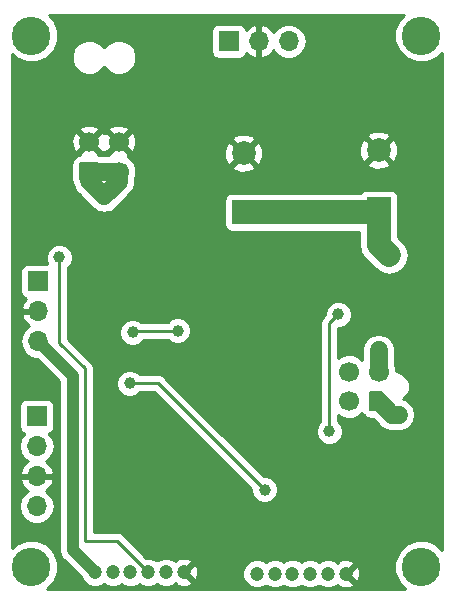
<source format=gbr>
G04 #@! TF.GenerationSoftware,KiCad,Pcbnew,(5.0.2)-1*
G04 #@! TF.CreationDate,2019-06-25T12:01:11-07:00*
G04 #@! TF.ProjectId,powerControl,706f7765-7243-46f6-9e74-726f6c2e6b69,rev?*
G04 #@! TF.SameCoordinates,Original*
G04 #@! TF.FileFunction,Copper,L2,Bot*
G04 #@! TF.FilePolarity,Positive*
%FSLAX46Y46*%
G04 Gerber Fmt 4.6, Leading zero omitted, Abs format (unit mm)*
G04 Created by KiCad (PCBNEW (5.0.2)-1) date 6/25/2019 12:01:11 PM*
%MOMM*%
%LPD*%
G01*
G04 APERTURE LIST*
G04 #@! TA.AperFunction,ComponentPad*
%ADD10C,2.000000*%
G04 #@! TD*
G04 #@! TA.AperFunction,ComponentPad*
%ADD11R,2.000000X2.000000*%
G04 #@! TD*
G04 #@! TA.AperFunction,ComponentPad*
%ADD12C,1.417157*%
G04 #@! TD*
G04 #@! TA.AperFunction,Conductor*
%ADD13C,0.100000*%
G04 #@! TD*
G04 #@! TA.AperFunction,ComponentPad*
%ADD14C,1.700000*%
G04 #@! TD*
G04 #@! TA.AperFunction,ComponentPad*
%ADD15R,1.700000X1.700000*%
G04 #@! TD*
G04 #@! TA.AperFunction,ComponentPad*
%ADD16O,1.700000X1.700000*%
G04 #@! TD*
G04 #@! TA.AperFunction,ComponentPad*
%ADD17C,1.200000*%
G04 #@! TD*
G04 #@! TA.AperFunction,ComponentPad*
%ADD18C,3.260000*%
G04 #@! TD*
G04 #@! TA.AperFunction,ViaPad*
%ADD19C,1.000000*%
G04 #@! TD*
G04 #@! TA.AperFunction,Conductor*
%ADD20C,1.500000*%
G04 #@! TD*
G04 #@! TA.AperFunction,Conductor*
%ADD21C,1.000000*%
G04 #@! TD*
G04 #@! TA.AperFunction,Conductor*
%ADD22C,0.250000*%
G04 #@! TD*
G04 #@! TA.AperFunction,Conductor*
%ADD23C,2.000000*%
G04 #@! TD*
G04 #@! TA.AperFunction,Conductor*
%ADD24C,0.254000*%
G04 #@! TD*
G04 APERTURE END LIST*
D10*
G04 #@! TO.P,C2,2*
G04 #@! TO.N,GND*
X92964000Y-47959000D03*
D11*
G04 #@! TO.P,C2,1*
G04 #@! TO.N,V_LED*
X92964000Y-52959000D03*
G04 #@! TD*
G04 #@! TO.P,C1,1*
G04 #@! TO.N,V_LED*
X104394000Y-52705000D03*
D10*
G04 #@! TO.P,C1,2*
G04 #@! TO.N,GND*
X104394000Y-47705000D03*
G04 #@! TD*
D12*
G04 #@! TO.P,J11,1*
G04 #@! TO.N,LED+*
X104394000Y-68961000D03*
D13*
G04 #@! TD*
G04 #@! TO.N,LED+*
G04 #@! TO.C,J11*
G36*
X103745227Y-69806196D02*
X103698329Y-69791970D01*
X103655107Y-69768867D01*
X103617223Y-69737777D01*
X103586133Y-69699893D01*
X103563030Y-69656671D01*
X103548804Y-69609773D01*
X103544000Y-69561000D01*
X103544000Y-68361000D01*
X103548804Y-68312227D01*
X103563030Y-68265329D01*
X103586133Y-68222107D01*
X103617223Y-68184223D01*
X103655107Y-68153133D01*
X103698329Y-68130030D01*
X103745227Y-68115804D01*
X103794000Y-68111000D01*
X104594000Y-68111000D01*
X104642773Y-68115804D01*
X104689671Y-68130030D01*
X104732893Y-68153133D01*
X104770777Y-68184223D01*
X105170777Y-68584223D01*
X105201867Y-68622107D01*
X105224970Y-68665329D01*
X105239196Y-68712227D01*
X105244000Y-68761000D01*
X105244000Y-69561000D01*
X105239196Y-69609773D01*
X105224970Y-69656671D01*
X105201867Y-69699893D01*
X105170777Y-69737777D01*
X105132893Y-69768867D01*
X105089671Y-69791970D01*
X105042773Y-69806196D01*
X104994000Y-69811000D01*
X103794000Y-69811000D01*
X103745227Y-69806196D01*
X103745227Y-69806196D01*
G37*
D14*
G04 #@! TO.P,J11,2*
G04 #@! TO.N,LED+*
X104394000Y-66461000D03*
G04 #@! TO.P,J11,3*
G04 #@! TO.N,LED-*
X101894000Y-68961000D03*
G04 #@! TO.P,J11,4*
X101894000Y-66461000D03*
G04 #@! TD*
D15*
G04 #@! TO.P,J9,1*
G04 #@! TO.N,/Vbatt_out*
X75438000Y-70231000D03*
D16*
G04 #@! TO.P,J9,2*
X75438000Y-72771000D03*
G04 #@! TO.P,J9,3*
G04 #@! TO.N,GND*
X75438000Y-75311000D03*
G04 #@! TO.P,J9,4*
G04 #@! TO.N,/3.3V*
X75438000Y-77851000D03*
G04 #@! TD*
D17*
G04 #@! TO.P,J10,1*
G04 #@! TO.N,GND*
X101600000Y-83566000D03*
G04 #@! TO.P,J10,2*
G04 #@! TO.N,I_LED*
X100100000Y-83566000D03*
G04 #@! TO.P,J10,3*
G04 #@! TO.N,Flash*
X98600000Y-83566000D03*
G04 #@! TO.P,J10,4*
G04 #@! TO.N,Torch*
X97100000Y-83566000D03*
G04 #@! TO.P,J10,5*
G04 #@! TO.N,LED_EN*
X95600000Y-83566000D03*
G04 #@! TO.P,J10,6*
G04 #@! TO.N,LED_Sense*
X94100000Y-83566000D03*
G04 #@! TD*
D13*
G04 #@! TO.N,/Vbatt_in*
G04 #@! TO.C,J3*
G36*
X80507504Y-48681204D02*
X80531773Y-48684804D01*
X80555571Y-48690765D01*
X80578671Y-48699030D01*
X80600849Y-48709520D01*
X80621893Y-48722133D01*
X80641598Y-48736747D01*
X80659777Y-48753223D01*
X80676253Y-48771402D01*
X80690867Y-48791107D01*
X80703480Y-48812151D01*
X80713970Y-48834329D01*
X80722235Y-48857429D01*
X80728196Y-48881227D01*
X80731796Y-48905496D01*
X80733000Y-48930000D01*
X80733000Y-50130000D01*
X80731796Y-50154504D01*
X80728196Y-50178773D01*
X80722235Y-50202571D01*
X80713970Y-50225671D01*
X80703480Y-50247849D01*
X80690867Y-50268893D01*
X80676253Y-50288598D01*
X80659777Y-50306777D01*
X80641598Y-50323253D01*
X80621893Y-50337867D01*
X80600849Y-50350480D01*
X80578671Y-50360970D01*
X80555571Y-50369235D01*
X80531773Y-50375196D01*
X80507504Y-50378796D01*
X80483000Y-50380000D01*
X79283000Y-50380000D01*
X79258496Y-50378796D01*
X79234227Y-50375196D01*
X79210429Y-50369235D01*
X79187329Y-50360970D01*
X79165151Y-50350480D01*
X79144107Y-50337867D01*
X79124402Y-50323253D01*
X79106223Y-50306777D01*
X79089747Y-50288598D01*
X79075133Y-50268893D01*
X79062520Y-50247849D01*
X79052030Y-50225671D01*
X79043765Y-50202571D01*
X79037804Y-50178773D01*
X79034204Y-50154504D01*
X79033000Y-50130000D01*
X79033000Y-48930000D01*
X79034204Y-48905496D01*
X79037804Y-48881227D01*
X79043765Y-48857429D01*
X79052030Y-48834329D01*
X79062520Y-48812151D01*
X79075133Y-48791107D01*
X79089747Y-48771402D01*
X79106223Y-48753223D01*
X79124402Y-48736747D01*
X79144107Y-48722133D01*
X79165151Y-48709520D01*
X79187329Y-48699030D01*
X79210429Y-48690765D01*
X79234227Y-48684804D01*
X79258496Y-48681204D01*
X79283000Y-48680000D01*
X80483000Y-48680000D01*
X80507504Y-48681204D01*
X80507504Y-48681204D01*
G37*
D14*
G04 #@! TD*
G04 #@! TO.P,J3,1*
G04 #@! TO.N,/Vbatt_in*
X79883000Y-49530000D03*
G04 #@! TO.P,J3,2*
G04 #@! TO.N,/Vbatt_in*
X82383000Y-49530000D03*
G04 #@! TO.P,J3,3*
G04 #@! TO.N,GND*
X79883000Y-47030000D03*
G04 #@! TO.P,J3,4*
X82383000Y-47030000D03*
G04 #@! TD*
D18*
G04 #@! TO.P,J4,1*
G04 #@! TO.N,Net-(J4-Pad1)*
X108000000Y-83000000D03*
G04 #@! TD*
D16*
G04 #@! TO.P,J1,3*
G04 #@! TO.N,/5V*
X75565000Y-63881000D03*
G04 #@! TO.P,J1,2*
G04 #@! TO.N,GND*
X75565000Y-61341000D03*
D15*
G04 #@! TO.P,J1,1*
G04 #@! TO.N,/Vbatt_out*
X75565000Y-58801000D03*
G04 #@! TD*
D16*
G04 #@! TO.P,J8,3*
G04 #@! TO.N,/12V*
X96774000Y-38481000D03*
G04 #@! TO.P,J8,2*
G04 #@! TO.N,GND*
X94234000Y-38481000D03*
D15*
G04 #@! TO.P,J8,1*
G04 #@! TO.N,/Vbatt_out*
X91694000Y-38481000D03*
G04 #@! TD*
D18*
G04 #@! TO.P,J5,1*
G04 #@! TO.N,Net-(J5-Pad1)*
X108000000Y-38000000D03*
G04 #@! TD*
G04 #@! TO.P,J6,1*
G04 #@! TO.N,Net-(J6-Pad1)*
X75000000Y-83000000D03*
G04 #@! TD*
G04 #@! TO.P,J7,1*
G04 #@! TO.N,Net-(J7-Pad1)*
X75000000Y-38000000D03*
G04 #@! TD*
D17*
G04 #@! TO.P,J2,6*
G04 #@! TO.N,/5V*
X80384000Y-83439000D03*
G04 #@! TO.P,J2,5*
G04 #@! TO.N,/5V_EN*
X81884000Y-83439000D03*
G04 #@! TO.P,J2,4*
G04 #@! TO.N,/3.3V*
X83384000Y-83439000D03*
G04 #@! TO.P,J2,3*
G04 #@! TO.N,/I_batt*
X84884000Y-83439000D03*
G04 #@! TO.P,J2,2*
G04 #@! TO.N,/batt_sense*
X86384000Y-83439000D03*
G04 #@! TO.P,J2,1*
G04 #@! TO.N,GND*
X87884000Y-83439000D03*
G04 #@! TD*
D19*
G04 #@! TO.N,/Vbatt_in*
X81153000Y-51596000D03*
G04 #@! TO.N,/I_batt*
X77343000Y-56769000D03*
G04 #@! TO.N,Flash*
X100203000Y-71501000D03*
X100965000Y-61595000D03*
G04 #@! TO.N,Torch*
X94742000Y-76454000D03*
X83312000Y-67437000D03*
G04 #@! TO.N,V_LED*
X105283000Y-56594000D03*
G04 #@! TO.N,Net-(Q4-Pad1)*
X87376000Y-62992000D03*
X83566000Y-63119000D03*
G04 #@! TO.N,LED+*
X104394000Y-64643000D03*
X106079002Y-70104000D03*
G04 #@! TD*
D20*
G04 #@! TO.N,/Vbatt_in*
X79883000Y-49530000D02*
X82383000Y-49530000D01*
X82383000Y-49530000D02*
X82383000Y-50366000D01*
X82383000Y-50366000D02*
X81153000Y-51596000D01*
X79883000Y-50326000D02*
X81153000Y-51596000D01*
X79883000Y-49530000D02*
X79883000Y-50326000D01*
D21*
G04 #@! TO.N,/5V*
X75565000Y-63881000D02*
X78486000Y-66802000D01*
X78486000Y-81541000D02*
X80384000Y-83439000D01*
X78486000Y-66802000D02*
X78486000Y-81541000D01*
D22*
G04 #@! TO.N,/I_batt*
X77343000Y-56769000D02*
X77343000Y-64008000D01*
X77343000Y-64008000D02*
X79502000Y-66167000D01*
X79502000Y-66167000D02*
X79502000Y-80772000D01*
X82217000Y-80772000D02*
X84884000Y-83439000D01*
X79502000Y-80772000D02*
X82217000Y-80772000D01*
G04 #@! TO.N,Flash*
X100203000Y-71501000D02*
X100203000Y-62357000D01*
X100203000Y-62357000D02*
X100965000Y-61595000D01*
G04 #@! TO.N,Torch*
X94742000Y-76454000D02*
X85725000Y-67437000D01*
X85725000Y-67437000D02*
X83312000Y-67437000D01*
D23*
G04 #@! TO.N,V_LED*
X104140000Y-52959000D02*
X104394000Y-52705000D01*
X92964000Y-52959000D02*
X104140000Y-52959000D01*
X104394000Y-52705000D02*
X104394000Y-55705000D01*
X104394000Y-55705000D02*
X105283000Y-56594000D01*
D22*
G04 #@! TO.N,Net-(Q4-Pad1)*
X87376000Y-62992000D02*
X83693000Y-62992000D01*
X83693000Y-62992000D02*
X83566000Y-63119000D01*
D20*
G04 #@! TO.N,LED+*
X104394000Y-66461000D02*
X104394000Y-64643000D01*
X104394000Y-68961000D02*
X105537000Y-70104000D01*
X105537000Y-70104000D02*
X106079002Y-70104000D01*
G04 #@! TD*
D24*
G04 #@! TO.N,GND*
G36*
X106079826Y-36716981D02*
X105735000Y-37549463D01*
X105735000Y-38450537D01*
X106079826Y-39283019D01*
X106716981Y-39920174D01*
X107549463Y-40265000D01*
X108450537Y-40265000D01*
X109283019Y-39920174D01*
X109755000Y-39448193D01*
X109755001Y-81551808D01*
X109283019Y-81079826D01*
X108450537Y-80735000D01*
X107549463Y-80735000D01*
X106716981Y-81079826D01*
X106079826Y-81716981D01*
X105735000Y-82549463D01*
X105735000Y-83450537D01*
X106079826Y-84283019D01*
X106659807Y-84863000D01*
X76340193Y-84863000D01*
X76920174Y-84283019D01*
X77265000Y-83450537D01*
X77265000Y-82549463D01*
X76920174Y-81716981D01*
X76283019Y-81079826D01*
X75450537Y-80735000D01*
X74549463Y-80735000D01*
X73716981Y-81079826D01*
X73379000Y-81417807D01*
X73379000Y-77851000D01*
X73923908Y-77851000D01*
X74039161Y-78430418D01*
X74367375Y-78921625D01*
X74858582Y-79249839D01*
X75291744Y-79336000D01*
X75584256Y-79336000D01*
X76017418Y-79249839D01*
X76508625Y-78921625D01*
X76836839Y-78430418D01*
X76952092Y-77851000D01*
X76836839Y-77271582D01*
X76508625Y-76780375D01*
X76189522Y-76567157D01*
X76319358Y-76506183D01*
X76709645Y-76077924D01*
X76879476Y-75667890D01*
X76758155Y-75438000D01*
X75565000Y-75438000D01*
X75565000Y-75458000D01*
X75311000Y-75458000D01*
X75311000Y-75438000D01*
X74117845Y-75438000D01*
X73996524Y-75667890D01*
X74166355Y-76077924D01*
X74556642Y-76506183D01*
X74686478Y-76567157D01*
X74367375Y-76780375D01*
X74039161Y-77271582D01*
X73923908Y-77851000D01*
X73379000Y-77851000D01*
X73379000Y-72771000D01*
X73923908Y-72771000D01*
X74039161Y-73350418D01*
X74367375Y-73841625D01*
X74686478Y-74054843D01*
X74556642Y-74115817D01*
X74166355Y-74544076D01*
X73996524Y-74954110D01*
X74117845Y-75184000D01*
X75311000Y-75184000D01*
X75311000Y-75164000D01*
X75565000Y-75164000D01*
X75565000Y-75184000D01*
X76758155Y-75184000D01*
X76879476Y-74954110D01*
X76709645Y-74544076D01*
X76319358Y-74115817D01*
X76189522Y-74054843D01*
X76508625Y-73841625D01*
X76836839Y-73350418D01*
X76952092Y-72771000D01*
X76836839Y-72191582D01*
X76508625Y-71700375D01*
X76490381Y-71688184D01*
X76535765Y-71679157D01*
X76745809Y-71538809D01*
X76886157Y-71328765D01*
X76935440Y-71081000D01*
X76935440Y-69381000D01*
X76886157Y-69133235D01*
X76745809Y-68923191D01*
X76535765Y-68782843D01*
X76288000Y-68733560D01*
X74588000Y-68733560D01*
X74340235Y-68782843D01*
X74130191Y-68923191D01*
X73989843Y-69133235D01*
X73940560Y-69381000D01*
X73940560Y-71081000D01*
X73989843Y-71328765D01*
X74130191Y-71538809D01*
X74340235Y-71679157D01*
X74385619Y-71688184D01*
X74367375Y-71700375D01*
X74039161Y-72191582D01*
X73923908Y-72771000D01*
X73379000Y-72771000D01*
X73379000Y-63881000D01*
X74050908Y-63881000D01*
X74166161Y-64460418D01*
X74494375Y-64951625D01*
X74985582Y-65279839D01*
X75418744Y-65366000D01*
X75444869Y-65366000D01*
X77351000Y-67272132D01*
X77351001Y-81429212D01*
X77328765Y-81541000D01*
X77416854Y-81983854D01*
X77416855Y-81983855D01*
X77667712Y-82359289D01*
X77762480Y-82422611D01*
X79237018Y-83897149D01*
X79337018Y-84138571D01*
X79684429Y-84485982D01*
X80138343Y-84674000D01*
X80629657Y-84674000D01*
X81083571Y-84485982D01*
X81134000Y-84435553D01*
X81184429Y-84485982D01*
X81638343Y-84674000D01*
X82129657Y-84674000D01*
X82583571Y-84485982D01*
X82634000Y-84435553D01*
X82684429Y-84485982D01*
X83138343Y-84674000D01*
X83629657Y-84674000D01*
X84083571Y-84485982D01*
X84134000Y-84435553D01*
X84184429Y-84485982D01*
X84638343Y-84674000D01*
X85129657Y-84674000D01*
X85583571Y-84485982D01*
X85634000Y-84435553D01*
X85684429Y-84485982D01*
X86138343Y-84674000D01*
X86629657Y-84674000D01*
X87083571Y-84485982D01*
X87212926Y-84356627D01*
X87250383Y-84527164D01*
X87715036Y-84686807D01*
X88205413Y-84656482D01*
X88517617Y-84527164D01*
X88567130Y-84301735D01*
X87884000Y-83618605D01*
X87869858Y-83632748D01*
X87690253Y-83453143D01*
X87704395Y-83439000D01*
X88063605Y-83439000D01*
X88746735Y-84122130D01*
X88972164Y-84072617D01*
X89131807Y-83607964D01*
X89114021Y-83320343D01*
X92865000Y-83320343D01*
X92865000Y-83811657D01*
X93053018Y-84265571D01*
X93400429Y-84612982D01*
X93854343Y-84801000D01*
X94345657Y-84801000D01*
X94799571Y-84612982D01*
X94850000Y-84562553D01*
X94900429Y-84612982D01*
X95354343Y-84801000D01*
X95845657Y-84801000D01*
X96299571Y-84612982D01*
X96350000Y-84562553D01*
X96400429Y-84612982D01*
X96854343Y-84801000D01*
X97345657Y-84801000D01*
X97799571Y-84612982D01*
X97850000Y-84562553D01*
X97900429Y-84612982D01*
X98354343Y-84801000D01*
X98845657Y-84801000D01*
X99299571Y-84612982D01*
X99350000Y-84562553D01*
X99400429Y-84612982D01*
X99854343Y-84801000D01*
X100345657Y-84801000D01*
X100799571Y-84612982D01*
X100928926Y-84483627D01*
X100966383Y-84654164D01*
X101431036Y-84813807D01*
X101921413Y-84783482D01*
X102233617Y-84654164D01*
X102283130Y-84428735D01*
X101600000Y-83745605D01*
X101585858Y-83759748D01*
X101406253Y-83580143D01*
X101420395Y-83566000D01*
X101779605Y-83566000D01*
X102462735Y-84249130D01*
X102688164Y-84199617D01*
X102847807Y-83734964D01*
X102817482Y-83244587D01*
X102688164Y-82932383D01*
X102462735Y-82882870D01*
X101779605Y-83566000D01*
X101420395Y-83566000D01*
X101406253Y-83551858D01*
X101585858Y-83372253D01*
X101600000Y-83386395D01*
X102283130Y-82703265D01*
X102233617Y-82477836D01*
X101768964Y-82318193D01*
X101278587Y-82348518D01*
X100966383Y-82477836D01*
X100928926Y-82648373D01*
X100799571Y-82519018D01*
X100345657Y-82331000D01*
X99854343Y-82331000D01*
X99400429Y-82519018D01*
X99350000Y-82569447D01*
X99299571Y-82519018D01*
X98845657Y-82331000D01*
X98354343Y-82331000D01*
X97900429Y-82519018D01*
X97850000Y-82569447D01*
X97799571Y-82519018D01*
X97345657Y-82331000D01*
X96854343Y-82331000D01*
X96400429Y-82519018D01*
X96350000Y-82569447D01*
X96299571Y-82519018D01*
X95845657Y-82331000D01*
X95354343Y-82331000D01*
X94900429Y-82519018D01*
X94850000Y-82569447D01*
X94799571Y-82519018D01*
X94345657Y-82331000D01*
X93854343Y-82331000D01*
X93400429Y-82519018D01*
X93053018Y-82866429D01*
X92865000Y-83320343D01*
X89114021Y-83320343D01*
X89101482Y-83117587D01*
X88972164Y-82805383D01*
X88746735Y-82755870D01*
X88063605Y-83439000D01*
X87704395Y-83439000D01*
X87690253Y-83424858D01*
X87869858Y-83245253D01*
X87884000Y-83259395D01*
X88567130Y-82576265D01*
X88517617Y-82350836D01*
X88052964Y-82191193D01*
X87562587Y-82221518D01*
X87250383Y-82350836D01*
X87212926Y-82521373D01*
X87083571Y-82392018D01*
X86629657Y-82204000D01*
X86138343Y-82204000D01*
X85684429Y-82392018D01*
X85634000Y-82442447D01*
X85583571Y-82392018D01*
X85129657Y-82204000D01*
X84723802Y-82204000D01*
X82807331Y-80287530D01*
X82764929Y-80224071D01*
X82513537Y-80056096D01*
X82291852Y-80012000D01*
X82291847Y-80012000D01*
X82217000Y-79997112D01*
X82142153Y-80012000D01*
X80262000Y-80012000D01*
X80262000Y-67211234D01*
X82177000Y-67211234D01*
X82177000Y-67662766D01*
X82349793Y-68079926D01*
X82669074Y-68399207D01*
X83086234Y-68572000D01*
X83537766Y-68572000D01*
X83954926Y-68399207D01*
X84157133Y-68197000D01*
X85410199Y-68197000D01*
X93607000Y-76393802D01*
X93607000Y-76679766D01*
X93779793Y-77096926D01*
X94099074Y-77416207D01*
X94516234Y-77589000D01*
X94967766Y-77589000D01*
X95384926Y-77416207D01*
X95704207Y-77096926D01*
X95877000Y-76679766D01*
X95877000Y-76228234D01*
X95704207Y-75811074D01*
X95384926Y-75491793D01*
X94967766Y-75319000D01*
X94681802Y-75319000D01*
X90638036Y-71275234D01*
X99068000Y-71275234D01*
X99068000Y-71726766D01*
X99240793Y-72143926D01*
X99560074Y-72463207D01*
X99977234Y-72636000D01*
X100428766Y-72636000D01*
X100845926Y-72463207D01*
X101165207Y-72143926D01*
X101338000Y-71726766D01*
X101338000Y-71275234D01*
X101165207Y-70858074D01*
X100963000Y-70655867D01*
X100963000Y-70130107D01*
X101052815Y-70219922D01*
X101598615Y-70446000D01*
X102189385Y-70446000D01*
X102735185Y-70219922D01*
X102992456Y-69962651D01*
X103015144Y-70005098D01*
X103085651Y-70110620D01*
X103116741Y-70148504D01*
X103206496Y-70238259D01*
X103244380Y-70269349D01*
X103349902Y-70339856D01*
X103393124Y-70362959D01*
X103510391Y-70411533D01*
X103557289Y-70425759D01*
X103681763Y-70450518D01*
X103730536Y-70455322D01*
X103794000Y-70458440D01*
X103932755Y-70458440D01*
X104461202Y-70986888D01*
X104538471Y-71102529D01*
X104996600Y-71408641D01*
X105400593Y-71489000D01*
X105536999Y-71516133D01*
X105673405Y-71489000D01*
X106215409Y-71489000D01*
X106619402Y-71408641D01*
X107077531Y-71102529D01*
X107383643Y-70644400D01*
X107491135Y-70104000D01*
X107383643Y-69563600D01*
X107077531Y-69105471D01*
X106619402Y-68799359D01*
X106488870Y-68773395D01*
X106823371Y-68438894D01*
X107019000Y-67966602D01*
X107019000Y-67455398D01*
X106823371Y-66983106D01*
X106461894Y-66621629D01*
X105989602Y-66426000D01*
X105879000Y-66426000D01*
X105879000Y-66165615D01*
X105779000Y-65924194D01*
X105779000Y-64506593D01*
X105698641Y-64102600D01*
X105392529Y-63644471D01*
X104934400Y-63338359D01*
X104394000Y-63230867D01*
X103853601Y-63338359D01*
X103395472Y-63644471D01*
X103089360Y-64102600D01*
X103009001Y-64506593D01*
X103009001Y-65475894D01*
X102735185Y-65202078D01*
X102189385Y-64976000D01*
X101598615Y-64976000D01*
X101052815Y-65202078D01*
X100963000Y-65291893D01*
X100963000Y-62730000D01*
X101190766Y-62730000D01*
X101607926Y-62557207D01*
X101927207Y-62237926D01*
X102100000Y-61820766D01*
X102100000Y-61369234D01*
X101927207Y-60952074D01*
X101607926Y-60632793D01*
X101190766Y-60460000D01*
X100739234Y-60460000D01*
X100322074Y-60632793D01*
X100002793Y-60952074D01*
X99830000Y-61369234D01*
X99830000Y-61655199D01*
X99718528Y-61766671D01*
X99655072Y-61809071D01*
X99487097Y-62060463D01*
X99455938Y-62217112D01*
X99428112Y-62357000D01*
X99443001Y-62431852D01*
X99443000Y-70655867D01*
X99240793Y-70858074D01*
X99068000Y-71275234D01*
X90638036Y-71275234D01*
X86315331Y-66952530D01*
X86272929Y-66889071D01*
X86021537Y-66721096D01*
X85799852Y-66677000D01*
X85799847Y-66677000D01*
X85725000Y-66662112D01*
X85650153Y-66677000D01*
X84157133Y-66677000D01*
X83954926Y-66474793D01*
X83537766Y-66302000D01*
X83086234Y-66302000D01*
X82669074Y-66474793D01*
X82349793Y-66794074D01*
X82177000Y-67211234D01*
X80262000Y-67211234D01*
X80262000Y-66241846D01*
X80276888Y-66166999D01*
X80262000Y-66092152D01*
X80262000Y-66092148D01*
X80217904Y-65870463D01*
X80049929Y-65619071D01*
X79986473Y-65576671D01*
X78103000Y-63693199D01*
X78103000Y-62893234D01*
X82431000Y-62893234D01*
X82431000Y-63344766D01*
X82603793Y-63761926D01*
X82923074Y-64081207D01*
X83340234Y-64254000D01*
X83791766Y-64254000D01*
X84208926Y-64081207D01*
X84528207Y-63761926D01*
X84532318Y-63752000D01*
X86530867Y-63752000D01*
X86733074Y-63954207D01*
X87150234Y-64127000D01*
X87601766Y-64127000D01*
X88018926Y-63954207D01*
X88338207Y-63634926D01*
X88511000Y-63217766D01*
X88511000Y-62766234D01*
X88338207Y-62349074D01*
X88018926Y-62029793D01*
X87601766Y-61857000D01*
X87150234Y-61857000D01*
X86733074Y-62029793D01*
X86530867Y-62232000D01*
X84284133Y-62232000D01*
X84208926Y-62156793D01*
X83791766Y-61984000D01*
X83340234Y-61984000D01*
X82923074Y-62156793D01*
X82603793Y-62476074D01*
X82431000Y-62893234D01*
X78103000Y-62893234D01*
X78103000Y-57614133D01*
X78305207Y-57411926D01*
X78478000Y-56994766D01*
X78478000Y-56543234D01*
X78305207Y-56126074D01*
X77985926Y-55806793D01*
X77568766Y-55634000D01*
X77117234Y-55634000D01*
X76700074Y-55806793D01*
X76380793Y-56126074D01*
X76208000Y-56543234D01*
X76208000Y-56994766D01*
X76335906Y-57303560D01*
X74715000Y-57303560D01*
X74467235Y-57352843D01*
X74257191Y-57493191D01*
X74116843Y-57703235D01*
X74067560Y-57951000D01*
X74067560Y-59651000D01*
X74116843Y-59898765D01*
X74257191Y-60108809D01*
X74467235Y-60249157D01*
X74570708Y-60269739D01*
X74293355Y-60574076D01*
X74123524Y-60984110D01*
X74244845Y-61214000D01*
X75438000Y-61214000D01*
X75438000Y-61194000D01*
X75692000Y-61194000D01*
X75692000Y-61214000D01*
X75712000Y-61214000D01*
X75712000Y-61468000D01*
X75692000Y-61468000D01*
X75692000Y-61488000D01*
X75438000Y-61488000D01*
X75438000Y-61468000D01*
X74244845Y-61468000D01*
X74123524Y-61697890D01*
X74293355Y-62107924D01*
X74683642Y-62536183D01*
X74813478Y-62597157D01*
X74494375Y-62810375D01*
X74166161Y-63301582D01*
X74050908Y-63881000D01*
X73379000Y-63881000D01*
X73379000Y-48930000D01*
X78385560Y-48930000D01*
X78385560Y-50130000D01*
X78453874Y-50473435D01*
X78519828Y-50572142D01*
X78578359Y-50866400D01*
X78884472Y-51324529D01*
X79000112Y-51401797D01*
X80077206Y-52478892D01*
X80154472Y-52594528D01*
X80270107Y-52671793D01*
X80270111Y-52671797D01*
X80612599Y-52900640D01*
X80612600Y-52900640D01*
X80612601Y-52900641D01*
X80905992Y-52959000D01*
X81152999Y-53008133D01*
X81153000Y-53008133D01*
X81400008Y-52959000D01*
X91296969Y-52959000D01*
X91316560Y-53057491D01*
X91316560Y-53959000D01*
X91365843Y-54206765D01*
X91506191Y-54416809D01*
X91716235Y-54557157D01*
X91964000Y-54606440D01*
X93964000Y-54606440D01*
X94026541Y-54594000D01*
X102759001Y-54594000D01*
X102759001Y-55543966D01*
X102726969Y-55705000D01*
X102829623Y-56221071D01*
X102853865Y-56342945D01*
X103215232Y-56883769D01*
X103351748Y-56974986D01*
X104240747Y-57863985D01*
X104645054Y-58134135D01*
X105283000Y-58261031D01*
X105920945Y-58134135D01*
X106461769Y-57772769D01*
X106823135Y-57231945D01*
X106950031Y-56594000D01*
X106823135Y-55956054D01*
X106552985Y-55551747D01*
X106029000Y-55027762D01*
X106029000Y-53767541D01*
X106041440Y-53705000D01*
X106041440Y-52803487D01*
X106061030Y-52705001D01*
X106041440Y-52606515D01*
X106041440Y-51705000D01*
X105992157Y-51457235D01*
X105851809Y-51247191D01*
X105641765Y-51106843D01*
X105394000Y-51057560D01*
X104492491Y-51057560D01*
X104394000Y-51037969D01*
X104295509Y-51057560D01*
X103394000Y-51057560D01*
X103146235Y-51106843D01*
X102936191Y-51247191D01*
X102884868Y-51324000D01*
X94026541Y-51324000D01*
X93964000Y-51311560D01*
X91964000Y-51311560D01*
X91716235Y-51360843D01*
X91506191Y-51501191D01*
X91365843Y-51711235D01*
X91316560Y-51959000D01*
X91316560Y-52860509D01*
X91296969Y-52959000D01*
X81400008Y-52959000D01*
X81693399Y-52900641D01*
X82035888Y-52671797D01*
X82035890Y-52671795D01*
X82151528Y-52594528D01*
X82228794Y-52478891D01*
X83265888Y-51441798D01*
X83381529Y-51364529D01*
X83687641Y-50906400D01*
X83768000Y-50502406D01*
X83795133Y-50366000D01*
X83768000Y-50229593D01*
X83768000Y-50066806D01*
X83868000Y-49825385D01*
X83868000Y-49234615D01*
X83817018Y-49111532D01*
X91991073Y-49111532D01*
X92089736Y-49378387D01*
X92699461Y-49604908D01*
X93349460Y-49580856D01*
X93838264Y-49378387D01*
X93936927Y-49111532D01*
X92964000Y-48138605D01*
X91991073Y-49111532D01*
X83817018Y-49111532D01*
X83641922Y-48688815D01*
X83224185Y-48271078D01*
X83189037Y-48256519D01*
X83247353Y-48073958D01*
X82383000Y-47209605D01*
X81518647Y-48073958D01*
X81541340Y-48145000D01*
X80892475Y-48145000D01*
X80826435Y-48100874D01*
X80743993Y-48084475D01*
X80747353Y-48073958D01*
X79883000Y-47209605D01*
X79018647Y-48073958D01*
X79022007Y-48084475D01*
X78939565Y-48100874D01*
X78648414Y-48295414D01*
X78453874Y-48586565D01*
X78385560Y-48930000D01*
X73379000Y-48930000D01*
X73379000Y-46801279D01*
X78386282Y-46801279D01*
X78412685Y-47391458D01*
X78587741Y-47814080D01*
X78839042Y-47894353D01*
X79703395Y-47030000D01*
X80062605Y-47030000D01*
X80926958Y-47894353D01*
X81133000Y-47828537D01*
X81339042Y-47894353D01*
X82203395Y-47030000D01*
X82562605Y-47030000D01*
X83426958Y-47894353D01*
X83678259Y-47814080D01*
X83721651Y-47694461D01*
X91318092Y-47694461D01*
X91342144Y-48344460D01*
X91544613Y-48833264D01*
X91811468Y-48931927D01*
X92784395Y-47959000D01*
X93143605Y-47959000D01*
X94116532Y-48931927D01*
X94317749Y-48857532D01*
X103421073Y-48857532D01*
X103519736Y-49124387D01*
X104129461Y-49350908D01*
X104779460Y-49326856D01*
X105268264Y-49124387D01*
X105366927Y-48857532D01*
X104394000Y-47884605D01*
X103421073Y-48857532D01*
X94317749Y-48857532D01*
X94383387Y-48833264D01*
X94609908Y-48223539D01*
X94585856Y-47573540D01*
X94530733Y-47440461D01*
X102748092Y-47440461D01*
X102772144Y-48090460D01*
X102974613Y-48579264D01*
X103241468Y-48677927D01*
X104214395Y-47705000D01*
X104573605Y-47705000D01*
X105546532Y-48677927D01*
X105813387Y-48579264D01*
X106039908Y-47969539D01*
X106015856Y-47319540D01*
X105813387Y-46830736D01*
X105546532Y-46732073D01*
X104573605Y-47705000D01*
X104214395Y-47705000D01*
X103241468Y-46732073D01*
X102974613Y-46830736D01*
X102748092Y-47440461D01*
X94530733Y-47440461D01*
X94383387Y-47084736D01*
X94116532Y-46986073D01*
X93143605Y-47959000D01*
X92784395Y-47959000D01*
X91811468Y-46986073D01*
X91544613Y-47084736D01*
X91318092Y-47694461D01*
X83721651Y-47694461D01*
X83879718Y-47258721D01*
X83859486Y-46806468D01*
X91991073Y-46806468D01*
X92964000Y-47779395D01*
X93936927Y-46806468D01*
X93843017Y-46552468D01*
X103421073Y-46552468D01*
X104394000Y-47525395D01*
X105366927Y-46552468D01*
X105268264Y-46285613D01*
X104658539Y-46059092D01*
X104008540Y-46083144D01*
X103519736Y-46285613D01*
X103421073Y-46552468D01*
X93843017Y-46552468D01*
X93838264Y-46539613D01*
X93228539Y-46313092D01*
X92578540Y-46337144D01*
X92089736Y-46539613D01*
X91991073Y-46806468D01*
X83859486Y-46806468D01*
X83853315Y-46668542D01*
X83678259Y-46245920D01*
X83426958Y-46165647D01*
X82562605Y-47030000D01*
X82203395Y-47030000D01*
X81339042Y-46165647D01*
X81133000Y-46231463D01*
X80926958Y-46165647D01*
X80062605Y-47030000D01*
X79703395Y-47030000D01*
X78839042Y-46165647D01*
X78587741Y-46245920D01*
X78386282Y-46801279D01*
X73379000Y-46801279D01*
X73379000Y-45986042D01*
X79018647Y-45986042D01*
X79883000Y-46850395D01*
X80747353Y-45986042D01*
X81518647Y-45986042D01*
X82383000Y-46850395D01*
X83247353Y-45986042D01*
X83167080Y-45734741D01*
X82611721Y-45533282D01*
X82021542Y-45559685D01*
X81598920Y-45734741D01*
X81518647Y-45986042D01*
X80747353Y-45986042D01*
X80667080Y-45734741D01*
X80111721Y-45533282D01*
X79521542Y-45559685D01*
X79098920Y-45734741D01*
X79018647Y-45986042D01*
X73379000Y-45986042D01*
X73379000Y-39582193D01*
X73716981Y-39920174D01*
X74549463Y-40265000D01*
X75450537Y-40265000D01*
X76283019Y-39920174D01*
X76648578Y-39554615D01*
X78398000Y-39554615D01*
X78398000Y-40145385D01*
X78624078Y-40691185D01*
X79041815Y-41108922D01*
X79587615Y-41335000D01*
X80178385Y-41335000D01*
X80724185Y-41108922D01*
X81133000Y-40700107D01*
X81541815Y-41108922D01*
X82087615Y-41335000D01*
X82678385Y-41335000D01*
X83224185Y-41108922D01*
X83641922Y-40691185D01*
X83868000Y-40145385D01*
X83868000Y-39554615D01*
X83641922Y-39008815D01*
X83224185Y-38591078D01*
X82678385Y-38365000D01*
X82087615Y-38365000D01*
X81541815Y-38591078D01*
X81133000Y-38999893D01*
X80724185Y-38591078D01*
X80178385Y-38365000D01*
X79587615Y-38365000D01*
X79041815Y-38591078D01*
X78624078Y-39008815D01*
X78398000Y-39554615D01*
X76648578Y-39554615D01*
X76920174Y-39283019D01*
X77265000Y-38450537D01*
X77265000Y-37631000D01*
X90196560Y-37631000D01*
X90196560Y-39331000D01*
X90245843Y-39578765D01*
X90386191Y-39788809D01*
X90596235Y-39929157D01*
X90844000Y-39978440D01*
X92544000Y-39978440D01*
X92791765Y-39929157D01*
X93001809Y-39788809D01*
X93142157Y-39578765D01*
X93162739Y-39475292D01*
X93467076Y-39752645D01*
X93877110Y-39922476D01*
X94107000Y-39801155D01*
X94107000Y-38608000D01*
X94087000Y-38608000D01*
X94087000Y-38354000D01*
X94107000Y-38354000D01*
X94107000Y-37160845D01*
X94361000Y-37160845D01*
X94361000Y-38354000D01*
X94381000Y-38354000D01*
X94381000Y-38608000D01*
X94361000Y-38608000D01*
X94361000Y-39801155D01*
X94590890Y-39922476D01*
X95000924Y-39752645D01*
X95429183Y-39362358D01*
X95490157Y-39232522D01*
X95703375Y-39551625D01*
X96194582Y-39879839D01*
X96627744Y-39966000D01*
X96920256Y-39966000D01*
X97353418Y-39879839D01*
X97844625Y-39551625D01*
X98172839Y-39060418D01*
X98288092Y-38481000D01*
X98172839Y-37901582D01*
X97844625Y-37410375D01*
X97353418Y-37082161D01*
X96920256Y-36996000D01*
X96627744Y-36996000D01*
X96194582Y-37082161D01*
X95703375Y-37410375D01*
X95490157Y-37729478D01*
X95429183Y-37599642D01*
X95000924Y-37209355D01*
X94590890Y-37039524D01*
X94361000Y-37160845D01*
X94107000Y-37160845D01*
X93877110Y-37039524D01*
X93467076Y-37209355D01*
X93162739Y-37486708D01*
X93142157Y-37383235D01*
X93001809Y-37173191D01*
X92791765Y-37032843D01*
X92544000Y-36983560D01*
X90844000Y-36983560D01*
X90596235Y-37032843D01*
X90386191Y-37173191D01*
X90245843Y-37383235D01*
X90196560Y-37631000D01*
X77265000Y-37631000D01*
X77265000Y-37549463D01*
X76920174Y-36716981D01*
X76498193Y-36295000D01*
X106501807Y-36295000D01*
X106079826Y-36716981D01*
X106079826Y-36716981D01*
G37*
X106079826Y-36716981D02*
X105735000Y-37549463D01*
X105735000Y-38450537D01*
X106079826Y-39283019D01*
X106716981Y-39920174D01*
X107549463Y-40265000D01*
X108450537Y-40265000D01*
X109283019Y-39920174D01*
X109755000Y-39448193D01*
X109755001Y-81551808D01*
X109283019Y-81079826D01*
X108450537Y-80735000D01*
X107549463Y-80735000D01*
X106716981Y-81079826D01*
X106079826Y-81716981D01*
X105735000Y-82549463D01*
X105735000Y-83450537D01*
X106079826Y-84283019D01*
X106659807Y-84863000D01*
X76340193Y-84863000D01*
X76920174Y-84283019D01*
X77265000Y-83450537D01*
X77265000Y-82549463D01*
X76920174Y-81716981D01*
X76283019Y-81079826D01*
X75450537Y-80735000D01*
X74549463Y-80735000D01*
X73716981Y-81079826D01*
X73379000Y-81417807D01*
X73379000Y-77851000D01*
X73923908Y-77851000D01*
X74039161Y-78430418D01*
X74367375Y-78921625D01*
X74858582Y-79249839D01*
X75291744Y-79336000D01*
X75584256Y-79336000D01*
X76017418Y-79249839D01*
X76508625Y-78921625D01*
X76836839Y-78430418D01*
X76952092Y-77851000D01*
X76836839Y-77271582D01*
X76508625Y-76780375D01*
X76189522Y-76567157D01*
X76319358Y-76506183D01*
X76709645Y-76077924D01*
X76879476Y-75667890D01*
X76758155Y-75438000D01*
X75565000Y-75438000D01*
X75565000Y-75458000D01*
X75311000Y-75458000D01*
X75311000Y-75438000D01*
X74117845Y-75438000D01*
X73996524Y-75667890D01*
X74166355Y-76077924D01*
X74556642Y-76506183D01*
X74686478Y-76567157D01*
X74367375Y-76780375D01*
X74039161Y-77271582D01*
X73923908Y-77851000D01*
X73379000Y-77851000D01*
X73379000Y-72771000D01*
X73923908Y-72771000D01*
X74039161Y-73350418D01*
X74367375Y-73841625D01*
X74686478Y-74054843D01*
X74556642Y-74115817D01*
X74166355Y-74544076D01*
X73996524Y-74954110D01*
X74117845Y-75184000D01*
X75311000Y-75184000D01*
X75311000Y-75164000D01*
X75565000Y-75164000D01*
X75565000Y-75184000D01*
X76758155Y-75184000D01*
X76879476Y-74954110D01*
X76709645Y-74544076D01*
X76319358Y-74115817D01*
X76189522Y-74054843D01*
X76508625Y-73841625D01*
X76836839Y-73350418D01*
X76952092Y-72771000D01*
X76836839Y-72191582D01*
X76508625Y-71700375D01*
X76490381Y-71688184D01*
X76535765Y-71679157D01*
X76745809Y-71538809D01*
X76886157Y-71328765D01*
X76935440Y-71081000D01*
X76935440Y-69381000D01*
X76886157Y-69133235D01*
X76745809Y-68923191D01*
X76535765Y-68782843D01*
X76288000Y-68733560D01*
X74588000Y-68733560D01*
X74340235Y-68782843D01*
X74130191Y-68923191D01*
X73989843Y-69133235D01*
X73940560Y-69381000D01*
X73940560Y-71081000D01*
X73989843Y-71328765D01*
X74130191Y-71538809D01*
X74340235Y-71679157D01*
X74385619Y-71688184D01*
X74367375Y-71700375D01*
X74039161Y-72191582D01*
X73923908Y-72771000D01*
X73379000Y-72771000D01*
X73379000Y-63881000D01*
X74050908Y-63881000D01*
X74166161Y-64460418D01*
X74494375Y-64951625D01*
X74985582Y-65279839D01*
X75418744Y-65366000D01*
X75444869Y-65366000D01*
X77351000Y-67272132D01*
X77351001Y-81429212D01*
X77328765Y-81541000D01*
X77416854Y-81983854D01*
X77416855Y-81983855D01*
X77667712Y-82359289D01*
X77762480Y-82422611D01*
X79237018Y-83897149D01*
X79337018Y-84138571D01*
X79684429Y-84485982D01*
X80138343Y-84674000D01*
X80629657Y-84674000D01*
X81083571Y-84485982D01*
X81134000Y-84435553D01*
X81184429Y-84485982D01*
X81638343Y-84674000D01*
X82129657Y-84674000D01*
X82583571Y-84485982D01*
X82634000Y-84435553D01*
X82684429Y-84485982D01*
X83138343Y-84674000D01*
X83629657Y-84674000D01*
X84083571Y-84485982D01*
X84134000Y-84435553D01*
X84184429Y-84485982D01*
X84638343Y-84674000D01*
X85129657Y-84674000D01*
X85583571Y-84485982D01*
X85634000Y-84435553D01*
X85684429Y-84485982D01*
X86138343Y-84674000D01*
X86629657Y-84674000D01*
X87083571Y-84485982D01*
X87212926Y-84356627D01*
X87250383Y-84527164D01*
X87715036Y-84686807D01*
X88205413Y-84656482D01*
X88517617Y-84527164D01*
X88567130Y-84301735D01*
X87884000Y-83618605D01*
X87869858Y-83632748D01*
X87690253Y-83453143D01*
X87704395Y-83439000D01*
X88063605Y-83439000D01*
X88746735Y-84122130D01*
X88972164Y-84072617D01*
X89131807Y-83607964D01*
X89114021Y-83320343D01*
X92865000Y-83320343D01*
X92865000Y-83811657D01*
X93053018Y-84265571D01*
X93400429Y-84612982D01*
X93854343Y-84801000D01*
X94345657Y-84801000D01*
X94799571Y-84612982D01*
X94850000Y-84562553D01*
X94900429Y-84612982D01*
X95354343Y-84801000D01*
X95845657Y-84801000D01*
X96299571Y-84612982D01*
X96350000Y-84562553D01*
X96400429Y-84612982D01*
X96854343Y-84801000D01*
X97345657Y-84801000D01*
X97799571Y-84612982D01*
X97850000Y-84562553D01*
X97900429Y-84612982D01*
X98354343Y-84801000D01*
X98845657Y-84801000D01*
X99299571Y-84612982D01*
X99350000Y-84562553D01*
X99400429Y-84612982D01*
X99854343Y-84801000D01*
X100345657Y-84801000D01*
X100799571Y-84612982D01*
X100928926Y-84483627D01*
X100966383Y-84654164D01*
X101431036Y-84813807D01*
X101921413Y-84783482D01*
X102233617Y-84654164D01*
X102283130Y-84428735D01*
X101600000Y-83745605D01*
X101585858Y-83759748D01*
X101406253Y-83580143D01*
X101420395Y-83566000D01*
X101779605Y-83566000D01*
X102462735Y-84249130D01*
X102688164Y-84199617D01*
X102847807Y-83734964D01*
X102817482Y-83244587D01*
X102688164Y-82932383D01*
X102462735Y-82882870D01*
X101779605Y-83566000D01*
X101420395Y-83566000D01*
X101406253Y-83551858D01*
X101585858Y-83372253D01*
X101600000Y-83386395D01*
X102283130Y-82703265D01*
X102233617Y-82477836D01*
X101768964Y-82318193D01*
X101278587Y-82348518D01*
X100966383Y-82477836D01*
X100928926Y-82648373D01*
X100799571Y-82519018D01*
X100345657Y-82331000D01*
X99854343Y-82331000D01*
X99400429Y-82519018D01*
X99350000Y-82569447D01*
X99299571Y-82519018D01*
X98845657Y-82331000D01*
X98354343Y-82331000D01*
X97900429Y-82519018D01*
X97850000Y-82569447D01*
X97799571Y-82519018D01*
X97345657Y-82331000D01*
X96854343Y-82331000D01*
X96400429Y-82519018D01*
X96350000Y-82569447D01*
X96299571Y-82519018D01*
X95845657Y-82331000D01*
X95354343Y-82331000D01*
X94900429Y-82519018D01*
X94850000Y-82569447D01*
X94799571Y-82519018D01*
X94345657Y-82331000D01*
X93854343Y-82331000D01*
X93400429Y-82519018D01*
X93053018Y-82866429D01*
X92865000Y-83320343D01*
X89114021Y-83320343D01*
X89101482Y-83117587D01*
X88972164Y-82805383D01*
X88746735Y-82755870D01*
X88063605Y-83439000D01*
X87704395Y-83439000D01*
X87690253Y-83424858D01*
X87869858Y-83245253D01*
X87884000Y-83259395D01*
X88567130Y-82576265D01*
X88517617Y-82350836D01*
X88052964Y-82191193D01*
X87562587Y-82221518D01*
X87250383Y-82350836D01*
X87212926Y-82521373D01*
X87083571Y-82392018D01*
X86629657Y-82204000D01*
X86138343Y-82204000D01*
X85684429Y-82392018D01*
X85634000Y-82442447D01*
X85583571Y-82392018D01*
X85129657Y-82204000D01*
X84723802Y-82204000D01*
X82807331Y-80287530D01*
X82764929Y-80224071D01*
X82513537Y-80056096D01*
X82291852Y-80012000D01*
X82291847Y-80012000D01*
X82217000Y-79997112D01*
X82142153Y-80012000D01*
X80262000Y-80012000D01*
X80262000Y-67211234D01*
X82177000Y-67211234D01*
X82177000Y-67662766D01*
X82349793Y-68079926D01*
X82669074Y-68399207D01*
X83086234Y-68572000D01*
X83537766Y-68572000D01*
X83954926Y-68399207D01*
X84157133Y-68197000D01*
X85410199Y-68197000D01*
X93607000Y-76393802D01*
X93607000Y-76679766D01*
X93779793Y-77096926D01*
X94099074Y-77416207D01*
X94516234Y-77589000D01*
X94967766Y-77589000D01*
X95384926Y-77416207D01*
X95704207Y-77096926D01*
X95877000Y-76679766D01*
X95877000Y-76228234D01*
X95704207Y-75811074D01*
X95384926Y-75491793D01*
X94967766Y-75319000D01*
X94681802Y-75319000D01*
X90638036Y-71275234D01*
X99068000Y-71275234D01*
X99068000Y-71726766D01*
X99240793Y-72143926D01*
X99560074Y-72463207D01*
X99977234Y-72636000D01*
X100428766Y-72636000D01*
X100845926Y-72463207D01*
X101165207Y-72143926D01*
X101338000Y-71726766D01*
X101338000Y-71275234D01*
X101165207Y-70858074D01*
X100963000Y-70655867D01*
X100963000Y-70130107D01*
X101052815Y-70219922D01*
X101598615Y-70446000D01*
X102189385Y-70446000D01*
X102735185Y-70219922D01*
X102992456Y-69962651D01*
X103015144Y-70005098D01*
X103085651Y-70110620D01*
X103116741Y-70148504D01*
X103206496Y-70238259D01*
X103244380Y-70269349D01*
X103349902Y-70339856D01*
X103393124Y-70362959D01*
X103510391Y-70411533D01*
X103557289Y-70425759D01*
X103681763Y-70450518D01*
X103730536Y-70455322D01*
X103794000Y-70458440D01*
X103932755Y-70458440D01*
X104461202Y-70986888D01*
X104538471Y-71102529D01*
X104996600Y-71408641D01*
X105400593Y-71489000D01*
X105536999Y-71516133D01*
X105673405Y-71489000D01*
X106215409Y-71489000D01*
X106619402Y-71408641D01*
X107077531Y-71102529D01*
X107383643Y-70644400D01*
X107491135Y-70104000D01*
X107383643Y-69563600D01*
X107077531Y-69105471D01*
X106619402Y-68799359D01*
X106488870Y-68773395D01*
X106823371Y-68438894D01*
X107019000Y-67966602D01*
X107019000Y-67455398D01*
X106823371Y-66983106D01*
X106461894Y-66621629D01*
X105989602Y-66426000D01*
X105879000Y-66426000D01*
X105879000Y-66165615D01*
X105779000Y-65924194D01*
X105779000Y-64506593D01*
X105698641Y-64102600D01*
X105392529Y-63644471D01*
X104934400Y-63338359D01*
X104394000Y-63230867D01*
X103853601Y-63338359D01*
X103395472Y-63644471D01*
X103089360Y-64102600D01*
X103009001Y-64506593D01*
X103009001Y-65475894D01*
X102735185Y-65202078D01*
X102189385Y-64976000D01*
X101598615Y-64976000D01*
X101052815Y-65202078D01*
X100963000Y-65291893D01*
X100963000Y-62730000D01*
X101190766Y-62730000D01*
X101607926Y-62557207D01*
X101927207Y-62237926D01*
X102100000Y-61820766D01*
X102100000Y-61369234D01*
X101927207Y-60952074D01*
X101607926Y-60632793D01*
X101190766Y-60460000D01*
X100739234Y-60460000D01*
X100322074Y-60632793D01*
X100002793Y-60952074D01*
X99830000Y-61369234D01*
X99830000Y-61655199D01*
X99718528Y-61766671D01*
X99655072Y-61809071D01*
X99487097Y-62060463D01*
X99455938Y-62217112D01*
X99428112Y-62357000D01*
X99443001Y-62431852D01*
X99443000Y-70655867D01*
X99240793Y-70858074D01*
X99068000Y-71275234D01*
X90638036Y-71275234D01*
X86315331Y-66952530D01*
X86272929Y-66889071D01*
X86021537Y-66721096D01*
X85799852Y-66677000D01*
X85799847Y-66677000D01*
X85725000Y-66662112D01*
X85650153Y-66677000D01*
X84157133Y-66677000D01*
X83954926Y-66474793D01*
X83537766Y-66302000D01*
X83086234Y-66302000D01*
X82669074Y-66474793D01*
X82349793Y-66794074D01*
X82177000Y-67211234D01*
X80262000Y-67211234D01*
X80262000Y-66241846D01*
X80276888Y-66166999D01*
X80262000Y-66092152D01*
X80262000Y-66092148D01*
X80217904Y-65870463D01*
X80049929Y-65619071D01*
X79986473Y-65576671D01*
X78103000Y-63693199D01*
X78103000Y-62893234D01*
X82431000Y-62893234D01*
X82431000Y-63344766D01*
X82603793Y-63761926D01*
X82923074Y-64081207D01*
X83340234Y-64254000D01*
X83791766Y-64254000D01*
X84208926Y-64081207D01*
X84528207Y-63761926D01*
X84532318Y-63752000D01*
X86530867Y-63752000D01*
X86733074Y-63954207D01*
X87150234Y-64127000D01*
X87601766Y-64127000D01*
X88018926Y-63954207D01*
X88338207Y-63634926D01*
X88511000Y-63217766D01*
X88511000Y-62766234D01*
X88338207Y-62349074D01*
X88018926Y-62029793D01*
X87601766Y-61857000D01*
X87150234Y-61857000D01*
X86733074Y-62029793D01*
X86530867Y-62232000D01*
X84284133Y-62232000D01*
X84208926Y-62156793D01*
X83791766Y-61984000D01*
X83340234Y-61984000D01*
X82923074Y-62156793D01*
X82603793Y-62476074D01*
X82431000Y-62893234D01*
X78103000Y-62893234D01*
X78103000Y-57614133D01*
X78305207Y-57411926D01*
X78478000Y-56994766D01*
X78478000Y-56543234D01*
X78305207Y-56126074D01*
X77985926Y-55806793D01*
X77568766Y-55634000D01*
X77117234Y-55634000D01*
X76700074Y-55806793D01*
X76380793Y-56126074D01*
X76208000Y-56543234D01*
X76208000Y-56994766D01*
X76335906Y-57303560D01*
X74715000Y-57303560D01*
X74467235Y-57352843D01*
X74257191Y-57493191D01*
X74116843Y-57703235D01*
X74067560Y-57951000D01*
X74067560Y-59651000D01*
X74116843Y-59898765D01*
X74257191Y-60108809D01*
X74467235Y-60249157D01*
X74570708Y-60269739D01*
X74293355Y-60574076D01*
X74123524Y-60984110D01*
X74244845Y-61214000D01*
X75438000Y-61214000D01*
X75438000Y-61194000D01*
X75692000Y-61194000D01*
X75692000Y-61214000D01*
X75712000Y-61214000D01*
X75712000Y-61468000D01*
X75692000Y-61468000D01*
X75692000Y-61488000D01*
X75438000Y-61488000D01*
X75438000Y-61468000D01*
X74244845Y-61468000D01*
X74123524Y-61697890D01*
X74293355Y-62107924D01*
X74683642Y-62536183D01*
X74813478Y-62597157D01*
X74494375Y-62810375D01*
X74166161Y-63301582D01*
X74050908Y-63881000D01*
X73379000Y-63881000D01*
X73379000Y-48930000D01*
X78385560Y-48930000D01*
X78385560Y-50130000D01*
X78453874Y-50473435D01*
X78519828Y-50572142D01*
X78578359Y-50866400D01*
X78884472Y-51324529D01*
X79000112Y-51401797D01*
X80077206Y-52478892D01*
X80154472Y-52594528D01*
X80270107Y-52671793D01*
X80270111Y-52671797D01*
X80612599Y-52900640D01*
X80612600Y-52900640D01*
X80612601Y-52900641D01*
X80905992Y-52959000D01*
X81152999Y-53008133D01*
X81153000Y-53008133D01*
X81400008Y-52959000D01*
X91296969Y-52959000D01*
X91316560Y-53057491D01*
X91316560Y-53959000D01*
X91365843Y-54206765D01*
X91506191Y-54416809D01*
X91716235Y-54557157D01*
X91964000Y-54606440D01*
X93964000Y-54606440D01*
X94026541Y-54594000D01*
X102759001Y-54594000D01*
X102759001Y-55543966D01*
X102726969Y-55705000D01*
X102829623Y-56221071D01*
X102853865Y-56342945D01*
X103215232Y-56883769D01*
X103351748Y-56974986D01*
X104240747Y-57863985D01*
X104645054Y-58134135D01*
X105283000Y-58261031D01*
X105920945Y-58134135D01*
X106461769Y-57772769D01*
X106823135Y-57231945D01*
X106950031Y-56594000D01*
X106823135Y-55956054D01*
X106552985Y-55551747D01*
X106029000Y-55027762D01*
X106029000Y-53767541D01*
X106041440Y-53705000D01*
X106041440Y-52803487D01*
X106061030Y-52705001D01*
X106041440Y-52606515D01*
X106041440Y-51705000D01*
X105992157Y-51457235D01*
X105851809Y-51247191D01*
X105641765Y-51106843D01*
X105394000Y-51057560D01*
X104492491Y-51057560D01*
X104394000Y-51037969D01*
X104295509Y-51057560D01*
X103394000Y-51057560D01*
X103146235Y-51106843D01*
X102936191Y-51247191D01*
X102884868Y-51324000D01*
X94026541Y-51324000D01*
X93964000Y-51311560D01*
X91964000Y-51311560D01*
X91716235Y-51360843D01*
X91506191Y-51501191D01*
X91365843Y-51711235D01*
X91316560Y-51959000D01*
X91316560Y-52860509D01*
X91296969Y-52959000D01*
X81400008Y-52959000D01*
X81693399Y-52900641D01*
X82035888Y-52671797D01*
X82035890Y-52671795D01*
X82151528Y-52594528D01*
X82228794Y-52478891D01*
X83265888Y-51441798D01*
X83381529Y-51364529D01*
X83687641Y-50906400D01*
X83768000Y-50502406D01*
X83795133Y-50366000D01*
X83768000Y-50229593D01*
X83768000Y-50066806D01*
X83868000Y-49825385D01*
X83868000Y-49234615D01*
X83817018Y-49111532D01*
X91991073Y-49111532D01*
X92089736Y-49378387D01*
X92699461Y-49604908D01*
X93349460Y-49580856D01*
X93838264Y-49378387D01*
X93936927Y-49111532D01*
X92964000Y-48138605D01*
X91991073Y-49111532D01*
X83817018Y-49111532D01*
X83641922Y-48688815D01*
X83224185Y-48271078D01*
X83189037Y-48256519D01*
X83247353Y-48073958D01*
X82383000Y-47209605D01*
X81518647Y-48073958D01*
X81541340Y-48145000D01*
X80892475Y-48145000D01*
X80826435Y-48100874D01*
X80743993Y-48084475D01*
X80747353Y-48073958D01*
X79883000Y-47209605D01*
X79018647Y-48073958D01*
X79022007Y-48084475D01*
X78939565Y-48100874D01*
X78648414Y-48295414D01*
X78453874Y-48586565D01*
X78385560Y-48930000D01*
X73379000Y-48930000D01*
X73379000Y-46801279D01*
X78386282Y-46801279D01*
X78412685Y-47391458D01*
X78587741Y-47814080D01*
X78839042Y-47894353D01*
X79703395Y-47030000D01*
X80062605Y-47030000D01*
X80926958Y-47894353D01*
X81133000Y-47828537D01*
X81339042Y-47894353D01*
X82203395Y-47030000D01*
X82562605Y-47030000D01*
X83426958Y-47894353D01*
X83678259Y-47814080D01*
X83721651Y-47694461D01*
X91318092Y-47694461D01*
X91342144Y-48344460D01*
X91544613Y-48833264D01*
X91811468Y-48931927D01*
X92784395Y-47959000D01*
X93143605Y-47959000D01*
X94116532Y-48931927D01*
X94317749Y-48857532D01*
X103421073Y-48857532D01*
X103519736Y-49124387D01*
X104129461Y-49350908D01*
X104779460Y-49326856D01*
X105268264Y-49124387D01*
X105366927Y-48857532D01*
X104394000Y-47884605D01*
X103421073Y-48857532D01*
X94317749Y-48857532D01*
X94383387Y-48833264D01*
X94609908Y-48223539D01*
X94585856Y-47573540D01*
X94530733Y-47440461D01*
X102748092Y-47440461D01*
X102772144Y-48090460D01*
X102974613Y-48579264D01*
X103241468Y-48677927D01*
X104214395Y-47705000D01*
X104573605Y-47705000D01*
X105546532Y-48677927D01*
X105813387Y-48579264D01*
X106039908Y-47969539D01*
X106015856Y-47319540D01*
X105813387Y-46830736D01*
X105546532Y-46732073D01*
X104573605Y-47705000D01*
X104214395Y-47705000D01*
X103241468Y-46732073D01*
X102974613Y-46830736D01*
X102748092Y-47440461D01*
X94530733Y-47440461D01*
X94383387Y-47084736D01*
X94116532Y-46986073D01*
X93143605Y-47959000D01*
X92784395Y-47959000D01*
X91811468Y-46986073D01*
X91544613Y-47084736D01*
X91318092Y-47694461D01*
X83721651Y-47694461D01*
X83879718Y-47258721D01*
X83859486Y-46806468D01*
X91991073Y-46806468D01*
X92964000Y-47779395D01*
X93936927Y-46806468D01*
X93843017Y-46552468D01*
X103421073Y-46552468D01*
X104394000Y-47525395D01*
X105366927Y-46552468D01*
X105268264Y-46285613D01*
X104658539Y-46059092D01*
X104008540Y-46083144D01*
X103519736Y-46285613D01*
X103421073Y-46552468D01*
X93843017Y-46552468D01*
X93838264Y-46539613D01*
X93228539Y-46313092D01*
X92578540Y-46337144D01*
X92089736Y-46539613D01*
X91991073Y-46806468D01*
X83859486Y-46806468D01*
X83853315Y-46668542D01*
X83678259Y-46245920D01*
X83426958Y-46165647D01*
X82562605Y-47030000D01*
X82203395Y-47030000D01*
X81339042Y-46165647D01*
X81133000Y-46231463D01*
X80926958Y-46165647D01*
X80062605Y-47030000D01*
X79703395Y-47030000D01*
X78839042Y-46165647D01*
X78587741Y-46245920D01*
X78386282Y-46801279D01*
X73379000Y-46801279D01*
X73379000Y-45986042D01*
X79018647Y-45986042D01*
X79883000Y-46850395D01*
X80747353Y-45986042D01*
X81518647Y-45986042D01*
X82383000Y-46850395D01*
X83247353Y-45986042D01*
X83167080Y-45734741D01*
X82611721Y-45533282D01*
X82021542Y-45559685D01*
X81598920Y-45734741D01*
X81518647Y-45986042D01*
X80747353Y-45986042D01*
X80667080Y-45734741D01*
X80111721Y-45533282D01*
X79521542Y-45559685D01*
X79098920Y-45734741D01*
X79018647Y-45986042D01*
X73379000Y-45986042D01*
X73379000Y-39582193D01*
X73716981Y-39920174D01*
X74549463Y-40265000D01*
X75450537Y-40265000D01*
X76283019Y-39920174D01*
X76648578Y-39554615D01*
X78398000Y-39554615D01*
X78398000Y-40145385D01*
X78624078Y-40691185D01*
X79041815Y-41108922D01*
X79587615Y-41335000D01*
X80178385Y-41335000D01*
X80724185Y-41108922D01*
X81133000Y-40700107D01*
X81541815Y-41108922D01*
X82087615Y-41335000D01*
X82678385Y-41335000D01*
X83224185Y-41108922D01*
X83641922Y-40691185D01*
X83868000Y-40145385D01*
X83868000Y-39554615D01*
X83641922Y-39008815D01*
X83224185Y-38591078D01*
X82678385Y-38365000D01*
X82087615Y-38365000D01*
X81541815Y-38591078D01*
X81133000Y-38999893D01*
X80724185Y-38591078D01*
X80178385Y-38365000D01*
X79587615Y-38365000D01*
X79041815Y-38591078D01*
X78624078Y-39008815D01*
X78398000Y-39554615D01*
X76648578Y-39554615D01*
X76920174Y-39283019D01*
X77265000Y-38450537D01*
X77265000Y-37631000D01*
X90196560Y-37631000D01*
X90196560Y-39331000D01*
X90245843Y-39578765D01*
X90386191Y-39788809D01*
X90596235Y-39929157D01*
X90844000Y-39978440D01*
X92544000Y-39978440D01*
X92791765Y-39929157D01*
X93001809Y-39788809D01*
X93142157Y-39578765D01*
X93162739Y-39475292D01*
X93467076Y-39752645D01*
X93877110Y-39922476D01*
X94107000Y-39801155D01*
X94107000Y-38608000D01*
X94087000Y-38608000D01*
X94087000Y-38354000D01*
X94107000Y-38354000D01*
X94107000Y-37160845D01*
X94361000Y-37160845D01*
X94361000Y-38354000D01*
X94381000Y-38354000D01*
X94381000Y-38608000D01*
X94361000Y-38608000D01*
X94361000Y-39801155D01*
X94590890Y-39922476D01*
X95000924Y-39752645D01*
X95429183Y-39362358D01*
X95490157Y-39232522D01*
X95703375Y-39551625D01*
X96194582Y-39879839D01*
X96627744Y-39966000D01*
X96920256Y-39966000D01*
X97353418Y-39879839D01*
X97844625Y-39551625D01*
X98172839Y-39060418D01*
X98288092Y-38481000D01*
X98172839Y-37901582D01*
X97844625Y-37410375D01*
X97353418Y-37082161D01*
X96920256Y-36996000D01*
X96627744Y-36996000D01*
X96194582Y-37082161D01*
X95703375Y-37410375D01*
X95490157Y-37729478D01*
X95429183Y-37599642D01*
X95000924Y-37209355D01*
X94590890Y-37039524D01*
X94361000Y-37160845D01*
X94107000Y-37160845D01*
X93877110Y-37039524D01*
X93467076Y-37209355D01*
X93162739Y-37486708D01*
X93142157Y-37383235D01*
X93001809Y-37173191D01*
X92791765Y-37032843D01*
X92544000Y-36983560D01*
X90844000Y-36983560D01*
X90596235Y-37032843D01*
X90386191Y-37173191D01*
X90245843Y-37383235D01*
X90196560Y-37631000D01*
X77265000Y-37631000D01*
X77265000Y-37549463D01*
X76920174Y-36716981D01*
X76498193Y-36295000D01*
X106501807Y-36295000D01*
X106079826Y-36716981D01*
G04 #@! TD*
M02*

</source>
